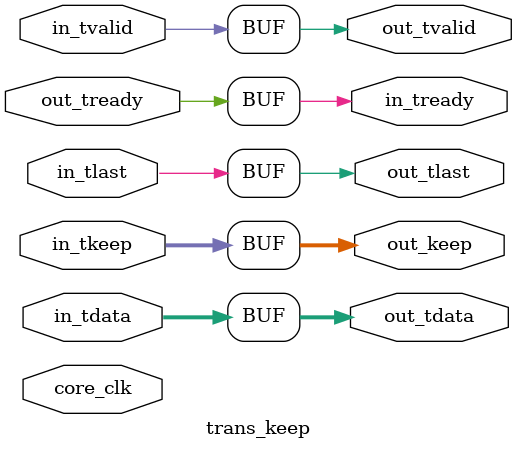
<source format=v>



module	trans_keep
#(
	parameter	C_S_AXI_DATA_WIDTH = 64 
)
(
	input	core_clk ,
	
	input	[C_S_AXI_DATA_WIDTH-1:0]	in_tdata ,
	input	[C_S_AXI_DATA_WIDTH/8-1:0]	in_tkeep ,
	input	in_tvalid , 
	output	reg	in_tready	,
	input	in_tlast	,
	
	output	reg	[C_S_AXI_DATA_WIDTH-1:0]	out_tdata ,
	output	reg	out_tlast ,
	output	reg	out_tvalid	,
	output	reg	[C_S_AXI_DATA_WIDTH/8-1:0]	out_keep ,
	input	out_tready
);

always@(*)
begin
	out_keep = in_tkeep ;
	in_tready = out_tready ;
	out_tlast = in_tlast ;
	out_tdata = in_tdata ;
	out_tvalid = in_tvalid ;
end

endmodule
</source>
